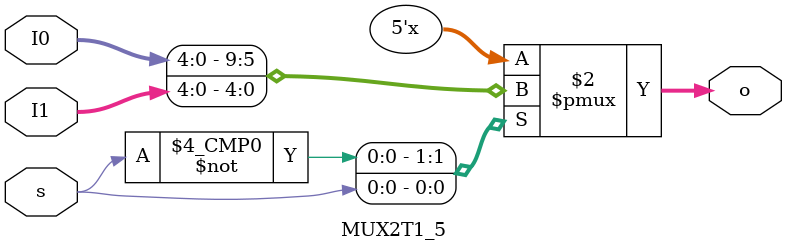
<source format=v>
`timescale 1ns / 1ps
module MUX2T1_5(
input s,
input [4:0]I0,
input [4:0]I1,
output reg[4:0]o
    );

always @*
case(s)
1'b0:o=I0;
1'b1:o=I1;
endcase
endmodule

</source>
